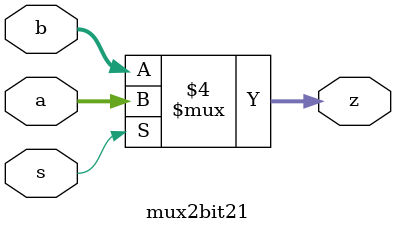
<source format=v>
`timescale 1ns / 1ps
module mux2bit21(a,b,s,z
    );
input [1:0] a,b;
input s;
output reg [1:0] z;

always @(a,b,s)
begin
if (s==1) z=a;
else z=b;
end

endmodule

</source>
